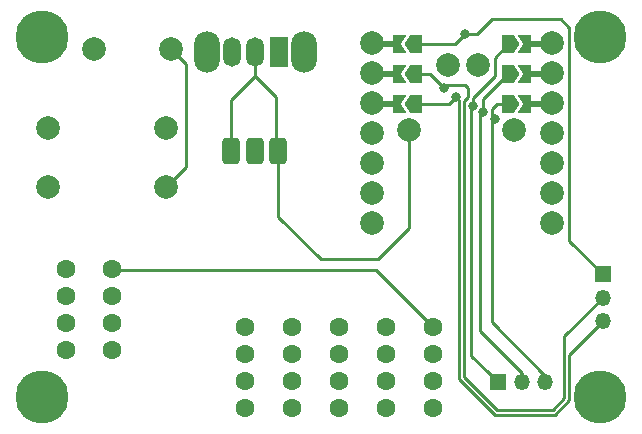
<source format=gbr>
%TF.GenerationSoftware,KiCad,Pcbnew,(6.0.4)*%
%TF.CreationDate,2022-12-14T15:40:06+01:00*%
%TF.ProjectId,mcu_holder,6d63755f-686f-46c6-9465-722e6b696361,rev?*%
%TF.SameCoordinates,Original*%
%TF.FileFunction,Copper,L2,Bot*%
%TF.FilePolarity,Positive*%
%FSLAX46Y46*%
G04 Gerber Fmt 4.6, Leading zero omitted, Abs format (unit mm)*
G04 Created by KiCad (PCBNEW (6.0.4)) date 2022-12-14 15:40:06*
%MOMM*%
%LPD*%
G01*
G04 APERTURE LIST*
G04 Aperture macros list*
%AMRoundRect*
0 Rectangle with rounded corners*
0 $1 Rounding radius*
0 $2 $3 $4 $5 $6 $7 $8 $9 X,Y pos of 4 corners*
0 Add a 4 corners polygon primitive as box body*
4,1,4,$2,$3,$4,$5,$6,$7,$8,$9,$2,$3,0*
0 Add four circle primitives for the rounded corners*
1,1,$1+$1,$2,$3*
1,1,$1+$1,$4,$5*
1,1,$1+$1,$6,$7*
1,1,$1+$1,$8,$9*
0 Add four rect primitives between the rounded corners*
20,1,$1+$1,$2,$3,$4,$5,0*
20,1,$1+$1,$4,$5,$6,$7,0*
20,1,$1+$1,$6,$7,$8,$9,0*
20,1,$1+$1,$8,$9,$2,$3,0*%
%AMFreePoly0*
4,1,6,0.500000,-0.750000,-0.650000,-0.750000,-0.150000,0.000000,-0.650000,0.750000,0.500000,0.750000,0.500000,-0.750000,0.500000,-0.750000,$1*%
%AMFreePoly1*
4,1,6,0.150000,0.000000,0.650000,-0.750000,-0.500000,-0.750000,-0.500000,0.750000,0.650000,0.750000,0.150000,0.000000,0.150000,0.000000,$1*%
%AMFreePoly2*
4,1,6,0.500000,-0.750000,-0.500000,-0.750000,-1.000000,0.000000,-0.500000,0.750000,0.500000,0.750000,0.500000,-0.750000,0.500000,-0.750000,$1*%
%AMFreePoly3*
4,1,6,1.000000,0.000000,0.500000,-0.750000,-0.500000,-0.750000,-0.500000,0.750000,0.500000,0.750000,1.000000,0.000000,1.000000,0.000000,$1*%
G04 Aperture macros list end*
%TA.AperFunction,ComponentPad*%
%ADD10C,1.600000*%
%TD*%
%TA.AperFunction,ComponentPad*%
%ADD11C,4.500000*%
%TD*%
%TA.AperFunction,ComponentPad*%
%ADD12C,2.000000*%
%TD*%
%TA.AperFunction,ComponentPad*%
%ADD13R,1.350000X1.350000*%
%TD*%
%TA.AperFunction,ComponentPad*%
%ADD14O,1.350000X1.350000*%
%TD*%
%TA.AperFunction,ComponentPad*%
%ADD15O,2.200000X3.500000*%
%TD*%
%TA.AperFunction,ComponentPad*%
%ADD16R,1.500000X2.500000*%
%TD*%
%TA.AperFunction,ComponentPad*%
%ADD17O,1.500000X2.500000*%
%TD*%
%TA.AperFunction,ComponentPad*%
%ADD18RoundRect,0.375000X-0.375000X-0.750000X0.375000X-0.750000X0.375000X0.750000X-0.375000X0.750000X0*%
%TD*%
%TA.AperFunction,SMDPad,CuDef*%
%ADD19FreePoly0,180.000000*%
%TD*%
%TA.AperFunction,SMDPad,CuDef*%
%ADD20FreePoly1,180.000000*%
%TD*%
%TA.AperFunction,SMDPad,CuDef*%
%ADD21R,1.524000X0.500000*%
%TD*%
%TA.AperFunction,SMDPad,CuDef*%
%ADD22FreePoly2,180.000000*%
%TD*%
%TA.AperFunction,SMDPad,CuDef*%
%ADD23FreePoly3,180.000000*%
%TD*%
%TA.AperFunction,ViaPad*%
%ADD24C,0.800000*%
%TD*%
%TA.AperFunction,Conductor*%
%ADD25C,0.250000*%
%TD*%
G04 APERTURE END LIST*
D10*
%TO.P,J5,1,Pin_1*%
%TO.N,col4*%
X111664000Y-62608000D03*
%TO.P,J5,2,Pin_2*%
%TO.N,row_0*%
X111664000Y-64894000D03*
%TO.P,J5,3,Pin_3*%
%TO.N,row_1*%
X111664000Y-67180000D03*
%TO.P,J5,4,Pin_4*%
%TO.N,row_2*%
X111664000Y-69466000D03*
%TD*%
%TO.P,J9,1,Pin_1*%
%TO.N,col0*%
X100446843Y-57765995D03*
%TO.P,J9,2,Pin_2*%
%TO.N,row_0*%
X100446843Y-60051995D03*
%TO.P,J9,3,Pin_3*%
%TO.N,row_1*%
X100446843Y-62337995D03*
%TO.P,J9,4,Pin_4*%
%TO.N,row_2*%
X100446843Y-64623995D03*
%TD*%
%TO.P,J2,1,Pin_1*%
%TO.N,col3*%
X115644000Y-62608000D03*
%TO.P,J2,2,Pin_2*%
%TO.N,row_0*%
X115644000Y-64894000D03*
%TO.P,J2,3,Pin_3*%
%TO.N,row_1*%
X115644000Y-67180000D03*
%TO.P,J2,4,Pin_4*%
%TO.N,row_2*%
X115644000Y-69466000D03*
%TD*%
D11*
%TO.P,H4,1*%
%TO.N,N/C*%
X141732000Y-68580000D03*
%TD*%
D10*
%TO.P,J1,1,Pin_1*%
%TO.N,col2*%
X119644000Y-62608000D03*
%TO.P,J1,2,Pin_2*%
%TO.N,row_0*%
X119644000Y-64894000D03*
%TO.P,J1,3,Pin_3*%
%TO.N,row_1*%
X119644000Y-67180000D03*
%TO.P,J1,4,Pin_4*%
%TO.N,row_2*%
X119644000Y-69466000D03*
%TD*%
D11*
%TO.P,H3,1*%
%TO.N,N/C*%
X94488000Y-38100000D03*
%TD*%
D12*
%TO.P,SW1,1,1*%
%TO.N,RST*%
X94996000Y-50800000D03*
X104996000Y-50800000D03*
%TO.P,SW1,2,2*%
%TO.N,GND*%
X104996000Y-45790000D03*
X94996000Y-45790000D03*
%TD*%
D13*
%TO.P,J10,1,Pin_1*%
%TO.N,+5V*%
X141986000Y-58166000D03*
D14*
%TO.P,J10,2,Pin_2*%
%TO.N,GND*%
X141986000Y-60166000D03*
%TO.P,J10,3,Pin_3*%
%TO.N,+3V3*%
X141986000Y-62166000D03*
%TD*%
D15*
%TO.P,SW17,*%
%TO.N,*%
X116654000Y-39370000D03*
X108454000Y-39370000D03*
D16*
%TO.P,SW17,1,A*%
%TO.N,unconnected-(SW17-Pad1)*%
X114554000Y-39370000D03*
D17*
%TO.P,SW17,2,B*%
%TO.N,BAT+*%
X112554000Y-39370000D03*
%TO.P,SW17,3,C*%
%TO.N,+5V*%
X110554000Y-39370000D03*
%TD*%
D10*
%TO.P,J3,1,Pin_1*%
%TO.N,col0*%
X127644000Y-62608000D03*
%TO.P,J3,2,Pin_2*%
%TO.N,row_0*%
X127644000Y-64894000D03*
%TO.P,J3,3,Pin_3*%
%TO.N,row_1*%
X127644000Y-67180000D03*
%TO.P,J3,4,Pin_4*%
%TO.N,row_2*%
X127644000Y-69466000D03*
%TD*%
D13*
%TO.P,J6,1,Pin_1*%
%TO.N,D0*%
X133128000Y-67310000D03*
D14*
%TO.P,J6,2,Pin_2*%
%TO.N,D1*%
X135128000Y-67310000D03*
%TO.P,J6,3,Pin_3*%
%TO.N,D2*%
X137128000Y-67310000D03*
%TD*%
D10*
%TO.P,J4,1,Pin_1*%
%TO.N,col1*%
X123644000Y-62608000D03*
%TO.P,J4,2,Pin_2*%
%TO.N,row_0*%
X123644000Y-64894000D03*
%TO.P,J4,3,Pin_3*%
%TO.N,row_1*%
X123644000Y-67180000D03*
%TO.P,J4,4,Pin_4*%
%TO.N,row_2*%
X123644000Y-69466000D03*
%TD*%
D12*
%TO.P,SW16,1,1*%
%TO.N,RST*%
X105410000Y-39116000D03*
%TO.P,SW16,2,2*%
%TO.N,GND*%
X98910000Y-39116000D03*
%TD*%
D18*
%TO.P,J7,1,Pin_1*%
%TO.N,BAT+*%
X114522000Y-47752000D03*
%TO.P,J7,2,Pin_2*%
%TO.N,GND*%
X112522000Y-47752000D03*
%TO.P,J7,3,Pin_3*%
%TO.N,BAT+*%
X110522000Y-47752000D03*
%TD*%
D10*
%TO.P,J8,1,Pin_1*%
%TO.N,col4*%
X96520000Y-57765995D03*
%TO.P,J8,2,Pin_2*%
%TO.N,row_0*%
X96520000Y-60051995D03*
%TO.P,J8,3,Pin_3*%
%TO.N,row_1*%
X96520000Y-62337995D03*
%TO.P,J8,4,Pin_4*%
%TO.N,row_2*%
X96520000Y-64623995D03*
%TD*%
D11*
%TO.P,H1,1*%
%TO.N,N/C*%
X94488000Y-68580000D03*
%TD*%
D19*
%TO.P,U1,*%
%TO.N,*%
X124733000Y-43756910D03*
D20*
X135408000Y-38716910D03*
D21*
X136358000Y-43796910D03*
X136358000Y-41256910D03*
D20*
X135408000Y-41256910D03*
D21*
X123808000Y-38676910D03*
D12*
X137668000Y-43689090D03*
D19*
X124733000Y-38676910D03*
D12*
X122428000Y-43678377D03*
D19*
X124733000Y-41216910D03*
D21*
X123808000Y-41216910D03*
D12*
X137668000Y-41149090D03*
X122428000Y-38606910D03*
D20*
X135408000Y-43796910D03*
D12*
X137668000Y-38609090D03*
D21*
X136358000Y-38716910D03*
X123808000Y-43756910D03*
D12*
X122428000Y-41142364D03*
D22*
%TO.P,U1,1,PA02_A0_D0*%
%TO.N,D0*%
X133958000Y-38716910D03*
%TO.P,U1,2,PA4_A1_D1*%
%TO.N,D1*%
X133958000Y-41256910D03*
%TO.P,U1,3,PA10_A2_D2*%
%TO.N,D2*%
X133958000Y-43796910D03*
D12*
%TO.P,U1,4,PA11_A3_D3*%
%TO.N,col3*%
X122428000Y-46226910D03*
%TO.P,U1,5,PA8_A4_D4_SDA*%
%TO.N,col2*%
X122428000Y-48765032D03*
%TO.P,U1,6,PA9_A5_D5_SCL*%
%TO.N,col1*%
X122428000Y-51304474D03*
%TO.P,U1,7,PB08_A6_D6_TX*%
%TO.N,col0*%
X122428000Y-53839229D03*
%TO.P,U1,8,PB09_A7_D7_RX*%
%TO.N,row_2*%
X137668000Y-53849090D03*
%TO.P,U1,9,PA7_A8_D8_SCK*%
%TO.N,row_1*%
X137668000Y-51309090D03*
%TO.P,U1,10,PA5_A9_D9_MISO*%
%TO.N,row_0*%
X137668000Y-48769090D03*
%TO.P,U1,11,PA6_A10_D10_MOSI*%
%TO.N,col4*%
X137668000Y-46229090D03*
D23*
%TO.P,U1,12,3V3*%
%TO.N,+3V3*%
X126183000Y-43756910D03*
%TO.P,U1,13,GND*%
%TO.N,GND*%
X126183000Y-41216910D03*
%TO.P,U1,14,5V*%
%TO.N,+5V*%
X126183000Y-38676910D03*
D12*
%TO.P,U1,15,RESET*%
%TO.N,RST*%
X128856803Y-40462723D03*
X131396803Y-40462723D03*
%TO.P,U1,16,BAT+*%
%TO.N,BAT+*%
X134498000Y-45926910D03*
X125598000Y-45926910D03*
%TD*%
D11*
%TO.P,H2,1*%
%TO.N,N/C*%
X141732000Y-38100000D03*
%TD*%
D24*
%TO.N,D0*%
X131025992Y-43904500D03*
%TO.N,D1*%
X131863500Y-44450011D03*
%TO.N,D2*%
X132842000Y-45052498D03*
%TO.N,GND*%
X128547204Y-42394796D03*
%TO.N,+5V*%
X130302000Y-37846000D03*
%TO.N,+3V3*%
X129540000Y-43180000D03*
%TD*%
D25*
%TO.N,col0*%
X100588000Y-57782000D02*
X122818000Y-57782000D01*
X122818000Y-57782000D02*
X127644000Y-62608000D01*
%TO.N,D0*%
X132842000Y-41402000D02*
X132842000Y-39832910D01*
X131025992Y-43218008D02*
X132842000Y-41402000D01*
X131025992Y-43904500D02*
X131025992Y-43218008D01*
X132366000Y-66548000D02*
X133128000Y-67310000D01*
X131025992Y-43904500D02*
X130847489Y-44083003D01*
X130847489Y-44083003D02*
X130847489Y-65061489D01*
X132334000Y-66548000D02*
X132366000Y-66548000D01*
X130847489Y-65061489D02*
X132334000Y-66548000D01*
X132842000Y-39832910D02*
X133958000Y-38716910D01*
%TO.N,D1*%
X131863500Y-43351410D02*
X133958000Y-41256910D01*
X135128000Y-66548000D02*
X135128000Y-67310000D01*
X131572000Y-44741511D02*
X131572000Y-62992000D01*
X131863500Y-44450011D02*
X131863500Y-43351410D01*
X131863500Y-44450011D02*
X131572000Y-44741511D01*
X131572000Y-62992000D02*
X135128000Y-66548000D01*
%TO.N,D2*%
X132588000Y-62230000D02*
X137128000Y-66770000D01*
X132842000Y-45052498D02*
X132588000Y-45306498D01*
X132588000Y-44196000D02*
X132987090Y-43796910D01*
X137128000Y-66770000D02*
X137128000Y-67310000D01*
X132987090Y-43796910D02*
X133958000Y-43796910D01*
X132588000Y-45306498D02*
X132588000Y-62230000D01*
X132842000Y-45052498D02*
X132588000Y-44798498D01*
X132588000Y-44798498D02*
X132588000Y-44196000D01*
%TO.N,BAT+*%
X112554000Y-41434000D02*
X110522000Y-43466000D01*
X112554000Y-39370000D02*
X112554000Y-41434000D01*
X110522000Y-43466000D02*
X110522000Y-47752000D01*
X118110000Y-56896000D02*
X114522000Y-53308000D01*
X114300000Y-43180000D02*
X114300000Y-47530000D01*
X125598000Y-54234000D02*
X122936000Y-56896000D01*
X114522000Y-53308000D02*
X114522000Y-47752000D01*
X122936000Y-56896000D02*
X118110000Y-56896000D01*
X125598000Y-45926910D02*
X125598000Y-54234000D01*
X114300000Y-47530000D02*
X114522000Y-47752000D01*
X112554000Y-41434000D02*
X114300000Y-43180000D01*
%TO.N,GND*%
X133028198Y-69654480D02*
X137735802Y-69654480D01*
X128547204Y-42394796D02*
X127369318Y-41216910D01*
X130243520Y-43501094D02*
X130243520Y-66869802D01*
X130556000Y-42418000D02*
X130556000Y-43188614D01*
X127369318Y-41216910D02*
X126183000Y-41216910D01*
X128778000Y-42164000D02*
X130302000Y-42164000D01*
X137735802Y-69654480D02*
X138707969Y-68682313D01*
X138707969Y-63444031D02*
X141986000Y-60166000D01*
X138707969Y-68682313D02*
X138707969Y-63444031D01*
X130302000Y-42164000D02*
X130556000Y-42418000D01*
X130556000Y-43188614D02*
X130243520Y-43501094D01*
X130243520Y-66869802D02*
X133028198Y-69654480D01*
X128547204Y-42394796D02*
X128778000Y-42164000D01*
%TO.N,RST*%
X106680000Y-40386000D02*
X106680000Y-49116000D01*
X106680000Y-49116000D02*
X104996000Y-50800000D01*
X105410000Y-39116000D02*
X106680000Y-40386000D01*
%TO.N,+5V*%
X132588000Y-36576000D02*
X138430000Y-36576000D01*
X131318000Y-37846000D02*
X132588000Y-36576000D01*
X130302000Y-37846000D02*
X131318000Y-37846000D01*
X130302000Y-37846000D02*
X129471090Y-38676910D01*
X129471090Y-38676910D02*
X126183000Y-38676910D01*
X139157489Y-55337489D02*
X141986000Y-58166000D01*
X138430000Y-36576000D02*
X139157489Y-37303489D01*
X139157489Y-37303489D02*
X139157489Y-55337489D01*
%TO.N,+3V3*%
X129540000Y-43180000D02*
X129794000Y-43434000D01*
X129794000Y-43434000D02*
X129794000Y-67056000D01*
X129794000Y-67056000D02*
X132842000Y-70104000D01*
X128963090Y-43756910D02*
X126183000Y-43756910D01*
X132842000Y-70104000D02*
X137922000Y-70104000D01*
X139157489Y-64994511D02*
X141986000Y-62166000D01*
X129540000Y-43180000D02*
X128963090Y-43756910D01*
X139157489Y-68868511D02*
X139157489Y-64994511D01*
X137922000Y-70104000D02*
X139157489Y-68868511D01*
%TD*%
M02*

</source>
